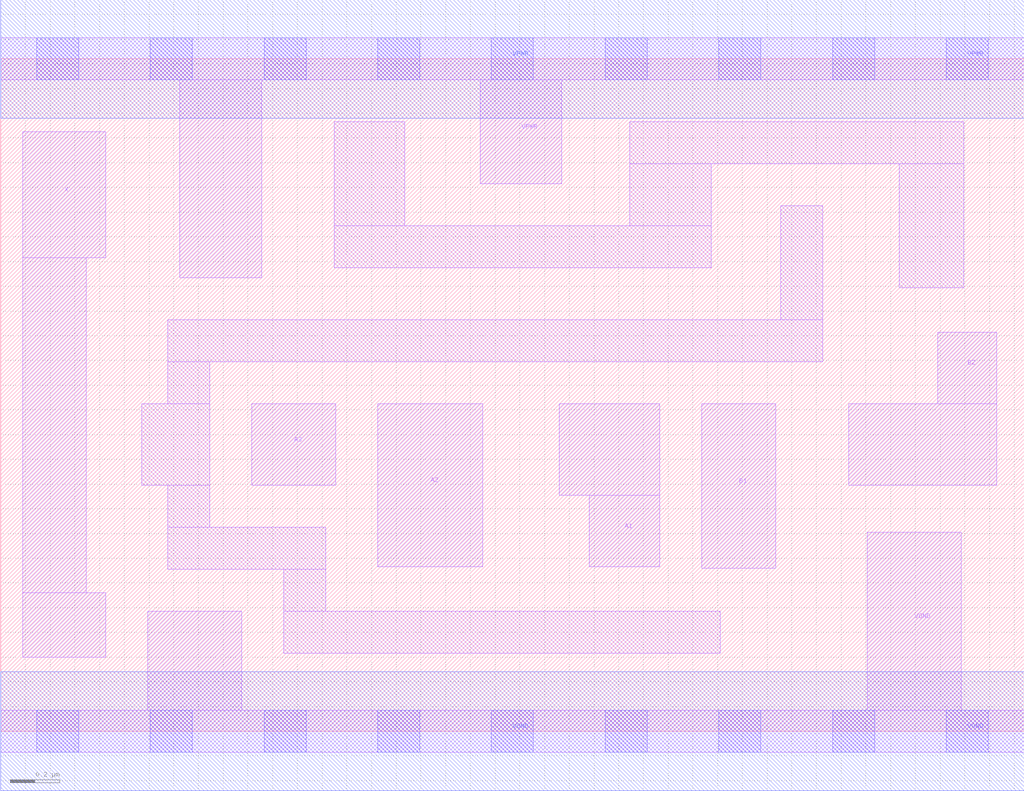
<source format=lef>
# Copyright 2020 The SkyWater PDK Authors
#
# Licensed under the Apache License, Version 2.0 (the "License");
# you may not use this file except in compliance with the License.
# You may obtain a copy of the License at
#
#     https://www.apache.org/licenses/LICENSE-2.0
#
# Unless required by applicable law or agreed to in writing, software
# distributed under the License is distributed on an "AS IS" BASIS,
# WITHOUT WARRANTIES OR CONDITIONS OF ANY KIND, either express or implied.
# See the License for the specific language governing permissions and
# limitations under the License.
#
# SPDX-License-Identifier: Apache-2.0

VERSION 5.7 ;
  NAMESCASESENSITIVE ON ;
  NOWIREEXTENSIONATPIN ON ;
  DIVIDERCHAR "/" ;
  BUSBITCHARS "[]" ;
UNITS
  DATABASE MICRONS 200 ;
END UNITS
PROPERTYDEFINITIONS
  MACRO maskLayoutSubType STRING ;
  MACRO prCellType STRING ;
  MACRO originalViewName STRING ;
END PROPERTYDEFINITIONS
MACRO sky130_fd_sc_hdll__a32o_1
  CLASS CORE ;
  FOREIGN sky130_fd_sc_hdll__a32o_1 ;
  ORIGIN  0.000000  0.000000 ;
  SIZE  4.140000 BY  2.720000 ;
  SYMMETRY X Y R90 ;
  SITE unithd ;
  PIN A1
    ANTENNAGATEAREA  0.277500 ;
    DIRECTION INPUT ;
    USE SIGNAL ;
    PORT
      LAYER li1 ;
        RECT 2.260000 0.955000 2.665000 1.325000 ;
        RECT 2.380000 0.665000 2.665000 0.955000 ;
    END
  END A1
  PIN A2
    ANTENNAGATEAREA  0.277500 ;
    DIRECTION INPUT ;
    USE SIGNAL ;
    PORT
      LAYER li1 ;
        RECT 1.525000 0.665000 1.950000 1.325000 ;
    END
  END A2
  PIN A3
    ANTENNAGATEAREA  0.277500 ;
    DIRECTION INPUT ;
    USE SIGNAL ;
    PORT
      LAYER li1 ;
        RECT 1.015000 0.995000 1.355000 1.325000 ;
    END
  END A3
  PIN B1
    ANTENNAGATEAREA  0.277500 ;
    DIRECTION INPUT ;
    USE SIGNAL ;
    PORT
      LAYER li1 ;
        RECT 2.835000 0.660000 3.135000 1.325000 ;
    END
  END B1
  PIN B2
    ANTENNAGATEAREA  0.277500 ;
    DIRECTION INPUT ;
    USE SIGNAL ;
    PORT
      LAYER li1 ;
        RECT 3.430000 0.995000 4.030000 1.325000 ;
        RECT 3.790000 1.325000 4.030000 1.615000 ;
    END
  END B2
  PIN VGND
    ANTENNADIFFAREA  0.604500 ;
    DIRECTION INOUT ;
    USE SIGNAL ;
    PORT
      LAYER li1 ;
        RECT 0.000000 -0.085000 4.140000 0.085000 ;
        RECT 0.595000  0.085000 0.975000 0.485000 ;
        RECT 3.505000  0.085000 3.885000 0.805000 ;
      LAYER mcon ;
        RECT 0.145000 -0.085000 0.315000 0.085000 ;
        RECT 0.605000 -0.085000 0.775000 0.085000 ;
        RECT 1.065000 -0.085000 1.235000 0.085000 ;
        RECT 1.525000 -0.085000 1.695000 0.085000 ;
        RECT 1.985000 -0.085000 2.155000 0.085000 ;
        RECT 2.445000 -0.085000 2.615000 0.085000 ;
        RECT 2.905000 -0.085000 3.075000 0.085000 ;
        RECT 3.365000 -0.085000 3.535000 0.085000 ;
        RECT 3.825000 -0.085000 3.995000 0.085000 ;
      LAYER met1 ;
        RECT 0.000000 -0.240000 4.140000 0.240000 ;
    END
  END VGND
  PIN VPWR
    ANTENNADIFFAREA  0.975000 ;
    DIRECTION INOUT ;
    USE SIGNAL ;
    PORT
      LAYER li1 ;
        RECT 0.000000 2.635000 4.140000 2.805000 ;
        RECT 0.725000 1.835000 1.055000 2.635000 ;
        RECT 1.940000 2.215000 2.270000 2.635000 ;
      LAYER mcon ;
        RECT 0.145000 2.635000 0.315000 2.805000 ;
        RECT 0.605000 2.635000 0.775000 2.805000 ;
        RECT 1.065000 2.635000 1.235000 2.805000 ;
        RECT 1.525000 2.635000 1.695000 2.805000 ;
        RECT 1.985000 2.635000 2.155000 2.805000 ;
        RECT 2.445000 2.635000 2.615000 2.805000 ;
        RECT 2.905000 2.635000 3.075000 2.805000 ;
        RECT 3.365000 2.635000 3.535000 2.805000 ;
        RECT 3.825000 2.635000 3.995000 2.805000 ;
      LAYER met1 ;
        RECT 0.000000 2.480000 4.140000 2.960000 ;
    END
  END VPWR
  PIN X
    ANTENNADIFFAREA  0.554500 ;
    DIRECTION OUTPUT ;
    USE SIGNAL ;
    PORT
      LAYER li1 ;
        RECT 0.090000 0.300000 0.425000 0.560000 ;
        RECT 0.090000 0.560000 0.345000 1.915000 ;
        RECT 0.090000 1.915000 0.425000 2.425000 ;
    END
  END X
  OBS
    LAYER li1 ;
      RECT 0.570000 0.995000 0.845000 1.325000 ;
      RECT 0.675000 0.655000 1.315000 0.825000 ;
      RECT 0.675000 0.825000 0.845000 0.995000 ;
      RECT 0.675000 1.325000 0.845000 1.495000 ;
      RECT 0.675000 1.495000 3.325000 1.665000 ;
      RECT 1.145000 0.315000 2.910000 0.485000 ;
      RECT 1.145000 0.485000 1.315000 0.655000 ;
      RECT 1.350000 1.875000 2.875000 2.045000 ;
      RECT 1.350000 2.045000 1.635000 2.465000 ;
      RECT 2.545000 2.045000 2.875000 2.295000 ;
      RECT 2.545000 2.295000 3.895000 2.465000 ;
      RECT 3.155000 1.665000 3.325000 2.125000 ;
      RECT 3.635000 1.795000 3.895000 2.295000 ;
  END
  PROPERTY maskLayoutSubType "abstract" ;
  PROPERTY prCellType "standard" ;
  PROPERTY originalViewName "layout" ;
END sky130_fd_sc_hdll__a32o_1

</source>
